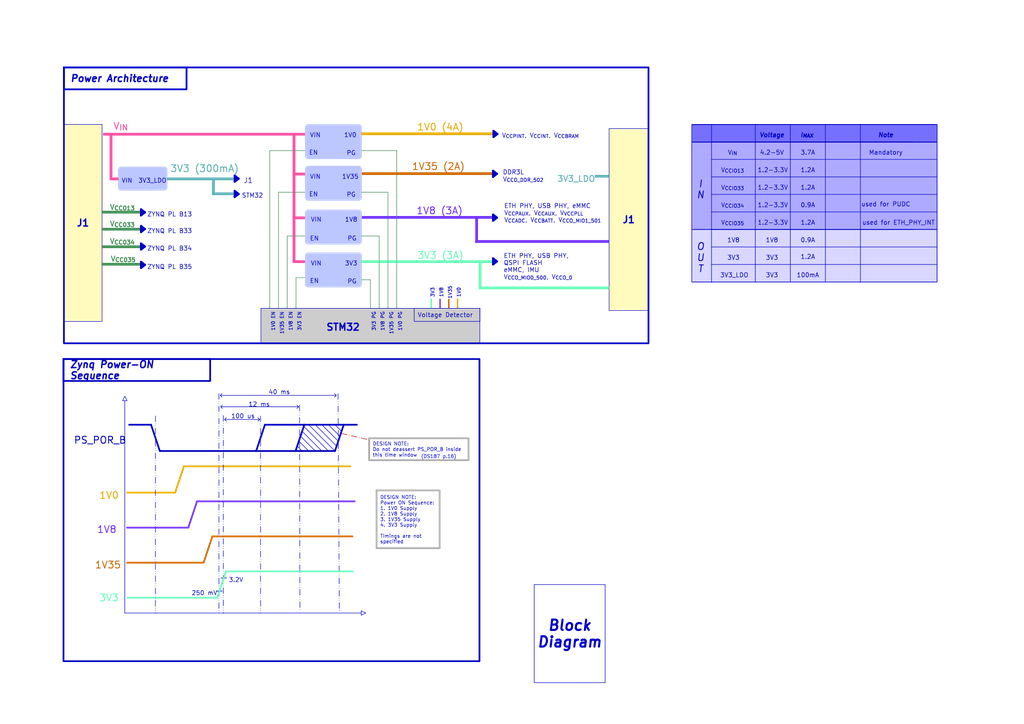
<source format=kicad_sch>
(kicad_sch
	(version 20231120)
	(generator "eeschema")
	(generator_version "8.0")
	(uuid "17410eba-b837-4f78-b432-849b7c2df088")
	(paper "A4")
	(title_block
		(title "Power Architecture")
		(date "2024-09-22")
		(rev "1.0")
	)
	(lib_symbols)
	(polyline
		(pts
			(xy 45.085 120.65) (xy 45.085 177.8)
		)
		(stroke
			(width 0)
			(type dash_dot_dot)
		)
		(uuid "00e7071b-d7cd-4010-ac14-5e6a6be3486f")
	)
	(polyline
		(pts
			(xy 40.894 61.595) (xy 42.037 61.595)
		)
		(stroke
			(width 0.6)
			(type default)
		)
		(uuid "02fd3eb0-cc33-4d05-a6cc-4739f9d71810")
	)
	(polyline
		(pts
			(xy 143.002 50.419) (xy 144.145 50.419)
		)
		(stroke
			(width 0.6)
			(type default)
		)
		(uuid "051383ae-7f64-43fd-ad1b-1284af1125cb")
	)
	(polyline
		(pts
			(xy 40.894 77.724) (xy 42.037 76.835)
		)
		(stroke
			(width 0.6)
			(type default)
		)
		(uuid "0b2b2f73-4beb-4be2-8dac-f42e23f6eac3")
	)
	(polyline
		(pts
			(xy 143.002 62.23) (xy 144.145 63.119)
		)
		(stroke
			(width 0.6)
			(type default)
		)
		(uuid "10d2776a-108c-49de-bdfd-578a5ba11051")
	)
	(polyline
		(pts
			(xy 47.498 48.641) (xy 35.179 48.641)
		)
		(stroke
			(width 0.6)
			(type default)
			(color 188 199 255 1)
		)
		(uuid "11a8ca7f-eea0-4db2-b297-3d3a09184422")
	)
	(polyline
		(pts
			(xy 143.129 37.973) (xy 143.129 39.751)
		)
		(stroke
			(width 0.6)
			(type default)
		)
		(uuid "11dd5bb2-caf4-4f93-8387-faad5a79d50d")
	)
	(polyline
		(pts
			(xy 36.83 116.205) (xy 36.195 114.935)
		)
		(stroke
			(width 0)
			(type default)
		)
		(uuid "12a15118-4d75-45f6-bbf5-4e3da90421e2")
	)
	(polyline
		(pts
			(xy 64.008 117.983) (xy 86.614 117.983)
		)
		(stroke
			(width 0)
			(type default)
		)
		(uuid "13ba10ab-225e-411b-b58d-a8ecbb7d620b")
	)
	(polyline
		(pts
			(xy 143.002 62.23) (xy 143.002 64.008)
		)
		(stroke
			(width 0.6)
			(type default)
		)
		(uuid "16edac89-dc90-41d0-acbe-5dd80452d06a")
	)
	(polyline
		(pts
			(xy 59.055 163.195) (xy 61.595 155.575)
		)
		(stroke
			(width 0.5)
			(type default)
			(color 204 102 0 1)
		)
		(uuid "1771a7d2-809b-4d94-a286-5f08e3d35386")
	)
	(polyline
		(pts
			(xy 86.614 117.983) (xy 86.106 117.475)
		)
		(stroke
			(width 0)
			(type default)
		)
		(uuid "18c58fa3-54ad-4e4e-b46a-7a67ebb716ef")
	)
	(polyline
		(pts
			(xy 239.395 81.788) (xy 239.395 36.068)
		)
		(stroke
			(width 0)
			(type default)
		)
		(uuid "19e9948b-8011-46a0-a1c2-c0311e4d0f8a")
	)
	(polyline
		(pts
			(xy 85.852 80.518) (xy 88.392 80.518)
		)
		(stroke
			(width 0)
			(type default)
			(color 69 159 92 1)
		)
		(uuid "1a0d7cfa-0f78-41cb-9753-682fe68a08b9")
	)
	(polyline
		(pts
			(xy 37.465 123.19) (xy 43.815 123.19)
		)
		(stroke
			(width 0.5)
			(type default)
		)
		(uuid "1bd49e19-e7a0-471d-a011-f6b5e5bf9e9f")
	)
	(polyline
		(pts
			(xy 143.129 39.751) (xy 144.272 38.862)
		)
		(stroke
			(width 0.6)
			(type default)
		)
		(uuid "1cd84fc0-4837-4d29-b26b-f57716017a81")
	)
	(polyline
		(pts
			(xy 83.312 68.453) (xy 88.392 68.453)
		)
		(stroke
			(width 0)
			(type default)
			(color 60 139 80 1)
		)
		(uuid "1e46415c-0e72-4db4-bffd-16461191d232")
	)
	(polyline
		(pts
			(xy 143.002 76.708) (xy 144.145 75.819)
		)
		(stroke
			(width 0.6)
			(type default)
		)
		(uuid "1e7a5b27-6fc3-4cf8-aeb1-80e46ccdb88c")
	)
	(polyline
		(pts
			(xy 107.442 81.153) (xy 104.902 81.153)
		)
		(stroke
			(width 0)
			(type default)
			(color 60 139 80 1)
		)
		(uuid "1fcb7911-3ff0-4d0f-9542-e26e51d241e9")
	)
	(polyline
		(pts
			(xy 104.775 177.165) (xy 104.775 178.435)
		)
		(stroke
			(width 0)
			(type default)
		)
		(uuid "20d579b6-2e2c-4a74-9e3a-1fe310c53c8c")
	)
	(polyline
		(pts
			(xy 68.072 50.927) (xy 69.215 51.816)
		)
		(stroke
			(width 0.6)
			(type default)
		)
		(uuid "212119ac-9afd-4a6c-aa79-c9b9ef190543")
	)
	(polyline
		(pts
			(xy 143.002 64.008) (xy 144.145 63.119)
		)
		(stroke
			(width 0.6)
			(type default)
		)
		(uuid "2313976b-adc2-4776-9a81-57953e05c58f")
	)
	(polyline
		(pts
			(xy 88.773 74.168) (xy 88.773 82.423)
		)
		(stroke
			(width 0.6)
			(type default)
			(color 188 199 255 1)
		)
		(uuid "234512f5-03c3-44e6-b936-bc4ed6d00055")
	)
	(polyline
		(pts
			(xy 104.013 70.612) (xy 89.408 70.612)
		)
		(stroke
			(width 0.6)
			(type default)
			(color 188 199 255 1)
		)
		(uuid "2848c6ed-f7a3-487e-8bd2-c9a02d8bf0f4")
	)
	(polyline
		(pts
			(xy 143.129 38.862) (xy 144.272 38.862)
		)
		(stroke
			(width 0.6)
			(type default)
		)
		(uuid "29db29e2-d4e8-4c5c-ab47-7306b5b2bb05")
	)
	(polyline
		(pts
			(xy 40.894 62.484) (xy 42.037 61.595)
		)
		(stroke
			(width 0.6)
			(type default)
		)
		(uuid "2aa201b8-e816-422b-8bf1-9ae72da342e7")
	)
	(polyline
		(pts
			(xy 143.129 37.973) (xy 144.272 38.862)
		)
		(stroke
			(width 0.6)
			(type default)
		)
		(uuid "2b79dfba-6548-4acd-ab7f-cc9ff7df686a")
	)
	(polyline
		(pts
			(xy 53.34 135.255) (xy 101.6 135.255)
		)
		(stroke
			(width 0.5)
			(type default)
			(color 228 169 0 1)
		)
		(uuid "2d2d048d-0f6d-474e-aa3f-0ce139a789e2")
	)
	(polyline
		(pts
			(xy 63.5 114.173) (xy 63.5 177.8)
		)
		(stroke
			(width 0)
			(type dash_dot_dot)
		)
		(uuid "2d7a0507-5179-4306-8784-9c52c1fb2000")
	)
	(polyline
		(pts
			(xy 76.835 123.19) (xy 88.265 123.19)
		)
		(stroke
			(width 0.5)
			(type default)
		)
		(uuid "2e577210-0d4c-436b-b1e8-985cecd7a7c1")
	)
	(polyline
		(pts
			(xy 86.36 129.54) (xy 87.63 130.81)
		)
		(stroke
			(width 0)
			(type default)
		)
		(uuid "2ea1dca7-60be-4dff-a32b-b5415b7f579c")
	)
	(polyline
		(pts
			(xy 104.648 45.212) (xy 104.648 36.957)
		)
		(stroke
			(width 0.6)
			(type default)
			(color 188 199 255 1)
		)
		(uuid "2fb5a66f-bbbc-48bb-8f34-d7be30a29dc7")
	)
	(polyline
		(pts
			(xy 249.555 81.915) (xy 249.555 36.068)
		)
		(stroke
			(width 0)
			(type default)
		)
		(uuid "3324c57d-3774-4001-b6e8-2fe0e706df51")
	)
	(polyline
		(pts
			(xy 40.894 66.421) (xy 42.037 66.421)
		)
		(stroke
			(width 0.6)
			(type default)
		)
		(uuid "33ef3266-8663-4c72-a499-d87cc2d9f7fb")
	)
	(polyline
		(pts
			(xy 109.982 68.453) (xy 104.902 68.453)
		)
		(stroke
			(width 0)
			(type default)
			(color 60 139 80 1)
		)
		(uuid "39af0f79-6e38-40ef-804c-2eb57d284ef3")
	)
	(polyline
		(pts
			(xy 104.775 177.165) (xy 106.045 177.8)
		)
		(stroke
			(width 0)
			(type default)
		)
		(uuid "3b3b6d03-391c-4115-b8a2-ec5e4d08a5c1")
	)
	(polyline
		(pts
			(xy 206.375 56.388) (xy 271.78 56.388)
		)
		(stroke
			(width 0)
			(type default)
		)
		(uuid "3fcec4e8-e6cb-4a4f-861a-9a0f94e415e9")
	)
	(polyline
		(pts
			(xy 104.013 48.387) (xy 89.408 48.387)
		)
		(stroke
			(width 0.6)
			(type default)
			(color 188 199 255 1)
		)
		(uuid "3ffdfbb5-0589-4942-b7c5-65685175e13f")
	)
	(polyline
		(pts
			(xy 65.151 121.666) (xy 75.311 121.666)
		)
		(stroke
			(width 0)
			(type default)
		)
		(uuid "406f569a-425c-4c24-a746-5d8394c06098")
	)
	(polyline
		(pts
			(xy 40.894 75.946) (xy 42.037 76.835)
		)
		(stroke
			(width 0.6)
			(type default)
		)
		(uuid "40bf354e-b23c-4063-a6ed-04defa59a654")
	)
	(polyline
		(pts
			(xy 143.002 49.53) (xy 143.002 51.308)
		)
		(stroke
			(width 0.6)
			(type default)
		)
		(uuid "41126dbd-8554-455d-a809-7cde45541bc2")
	)
	(polyline
		(pts
			(xy 40.894 70.612) (xy 40.894 72.39)
		)
		(stroke
			(width 0.6)
			(type default)
		)
		(uuid "428fb4a6-3c49-49f1-82dd-ffbd825b4c4f")
	)
	(polyline
		(pts
			(xy 46.355 130.81) (xy 74.295 130.81)
		)
		(stroke
			(width 0.5)
			(type default)
		)
		(uuid "4440c29a-03e8-430c-9175-04043cbdc370")
	)
	(polyline
		(pts
			(xy 75.311 121.666) (xy 74.803 122.174)
		)
		(stroke
			(width 0)
			(type default)
		)
		(uuid "44a403c5-2a9d-44a6-82f9-8d3249961d97")
	)
	(polyline
		(pts
			(xy 143.002 74.93) (xy 143.002 76.708)
		)
		(stroke
			(width 0.6)
			(type default)
		)
		(uuid "451c1a4a-11b1-40fa-bc69-e5ab8cab62bb")
	)
	(polyline
		(pts
			(xy 99.06 125.73) (xy 107.315 127.635)
		)
		(stroke
			(width 0)
			(type dash_dot)
			(color 194 0 0 1)
		)
		(uuid "452f2834-019b-45ac-8cbf-d93bb5425823")
	)
	(polyline
		(pts
			(xy 86.868 117.475) (xy 86.995 177.165)
		)
		(stroke
			(width 0)
			(type dash_dot_dot)
		)
		(uuid "46cc678b-2759-41c9-8926-ded3051286b7")
	)
	(polyline
		(pts
			(xy 219.075 81.788) (xy 219.075 36.068)
		)
		(stroke
			(width 0)
			(type default)
		)
		(uuid "49c94d2a-8dc8-4b00-8830-dd1e52a41c01")
	)
	(polyline
		(pts
			(xy 48.26 54.356) (xy 48.26 49.276)
		)
		(stroke
			(width 0.6)
			(type default)
			(color 188 199 255 1)
		)
		(uuid "49d98f3a-a17f-4640-97ef-d67354664381")
	)
	(polyline
		(pts
			(xy 109.982 68.453) (xy 109.982 89.408)
		)
		(stroke
			(width 0)
			(type default)
			(color 60 139 80 1)
		)
		(uuid "4b378dd9-f4ef-4945-9cad-fa0d66d0343e")
	)
	(polyline
		(pts
			(xy 36.83 153.035) (xy 54.61 153.035)
		)
		(stroke
			(width 0.5)
			(type default)
			(color 112 49 255 1)
		)
		(uuid "4f8d77f2-834c-4ff0-bd27-f1272ba02456")
	)
	(polyline
		(pts
			(xy 104.013 73.533) (xy 89.408 73.533)
		)
		(stroke
			(width 0.6)
			(type default)
			(color 188 199 255 1)
		)
		(uuid "5412f56e-1ef3-4bfc-a5d9-dffa77273025")
	)
	(polyline
		(pts
			(xy 68.072 50.927) (xy 68.072 52.705)
		)
		(stroke
			(width 0.6)
			(type default)
		)
		(uuid "5538c0d2-4f74-4f6a-811c-53a696272094")
	)
	(polyline
		(pts
			(xy 36.83 142.875) (xy 50.8 142.875)
		)
		(stroke
			(width 0.5)
			(type default)
			(color 228 169 0 1)
		)
		(uuid "55f26750-fa9c-4a22-a2eb-d277e421335b")
	)
	(polyline
		(pts
			(xy 143.002 74.93) (xy 144.145 75.819)
		)
		(stroke
			(width 0.6)
			(type default)
		)
		(uuid "58a5e4ba-4cb9-4c33-9247-211e283ca054")
	)
	(polyline
		(pts
			(xy 104.013 45.847) (xy 89.408 45.847)
		)
		(stroke
			(width 0.6)
			(type default)
			(color 188 199 255 1)
		)
		(uuid "5a73213a-736b-48ce-8839-55d920a0371e")
	)
	(polyline
		(pts
			(xy 47.498 54.991) (xy 35.179 54.991)
		)
		(stroke
			(width 0.6)
			(type default)
			(color 188 199 255 1)
		)
		(uuid "5b08c36a-5e60-477e-ad06-67b00f0822e6")
	)
	(polyline
		(pts
			(xy 74.295 130.81) (xy 85.725 130.81)
		)
		(stroke
			(width 0.5)
			(type default)
		)
		(uuid "5cc639c2-a1a2-42be-8923-20bbbe6d0616")
	)
	(polyline
		(pts
			(xy 75.565 120.65) (xy 75.565 177.8)
		)
		(stroke
			(width 0)
			(type dash_dot_dot)
		)
		(uuid "5cdcd3d2-3f81-4330-88f3-1a10345f3b2a")
	)
	(polyline
		(pts
			(xy 36.83 163.195) (xy 59.055 163.195)
		)
		(stroke
			(width 0.5)
			(type default)
			(color 204 102 0 1)
		)
		(uuid "5cfd07ec-b305-450f-adf1-4cdbde19dd69")
	)
	(polyline
		(pts
			(xy 91.44 123.19) (xy 97.79 129.54)
		)
		(stroke
			(width 0)
			(type default)
		)
		(uuid "5e548c34-2311-4783-a534-db4cf155e29f")
	)
	(polyline
		(pts
			(xy 40.894 71.501) (xy 42.037 71.501)
		)
		(stroke
			(width 0.6)
			(type default)
		)
		(uuid "5f7bf99b-dad7-492e-9919-6b65b8cc7620")
	)
	(polyline
		(pts
			(xy 75.311 121.666) (xy 74.803 121.158)
		)
		(stroke
			(width 0)
			(type default)
		)
		(uuid "61d92faa-70a8-48b8-8ce3-993b8d714114")
	)
	(polyline
		(pts
			(xy 64.135 167.64) (xy 65.659 167.64)
		)
		(stroke
			(width 0.2)
			(type default)
		)
		(uuid "62b6ecd1-e903-4ecf-a179-2c785cb67b00")
	)
	(polyline
		(pts
			(xy 36.195 116.205) (xy 36.195 177.8)
		)
		(stroke
			(width 0)
			(type default)
		)
		(uuid "661697fe-d38c-42f4-9e9b-cb15179e70eb")
	)
	(polyline
		(pts
			(xy 206.375 71.628) (xy 271.78 71.628)
		)
		(stroke
			(width 0)
			(type default)
		)
		(uuid "66f9d1c1-788c-4c6f-82cb-51470365b8d9")
	)
	(polyline
		(pts
			(xy 97.536 114.681) (xy 97.028 114.173)
		)
		(stroke
			(width 0)
			(type default)
		)
		(uuid "6ba436fb-5200-4e13-b0ab-63c59673e893")
	)
	(polyline
		(pts
			(xy 143.002 49.53) (xy 144.145 50.419)
		)
		(stroke
			(width 0.6)
			(type default)
		)
		(uuid "6c1be3b9-178b-4314-b8f6-0e4a5172f0a3")
	)
	(polyline
		(pts
			(xy 85.725 130.81) (xy 88.265 123.19)
		)
		(stroke
			(width 0.5)
			(type default)
		)
		(uuid "6ed787b3-c7d4-42ea-9c80-7ab09477b634")
	)
	(polyline
		(pts
			(xy 85.852 80.518) (xy 85.852 89.408)
		)
		(stroke
			(width 0)
			(type default)
			(color 60 139 80 1)
		)
		(uuid "70be844c-5623-48cd-93ba-fa33fcb6f553")
	)
	(polyline
		(pts
			(xy 40.894 75.946) (xy 40.894 77.724)
		)
		(stroke
			(width 0.6)
			(type default)
		)
		(uuid "7283be38-50f3-4f79-a4a7-86561cb0733d")
	)
	(polyline
		(pts
			(xy 88.011 123.571) (xy 95.25 130.81)
		)
		(stroke
			(width 0)
			(type default)
		)
		(uuid "729d2523-a8c9-4f26-a08b-48b9c84e3d41")
	)
	(polyline
		(pts
			(xy 104.648 69.977) (xy 104.648 61.722)
		)
		(stroke
			(width 0.6)
			(type default)
			(color 188 199 255 1)
		)
		(uuid "72b4831d-365b-4ff1-84ac-2364c160177c")
	)
	(polyline
		(pts
			(xy 206.375 66.548) (xy 264.795 66.548)
		)
		(stroke
			(width 0)
			(type default)
		)
		(uuid "73a42f0b-57cd-4e10-a7b3-0d3090b71031")
	)
	(polyline
		(pts
			(xy 112.522 55.753) (xy 112.522 89.408)
		)
		(stroke
			(width 0)
			(type default)
			(color 60 139 80 1)
		)
		(uuid "787e1c4c-7f7b-4ba1-9af1-0ab02d303362")
	)
	(polyline
		(pts
			(xy 97.536 114.681) (xy 97.028 115.189)
		)
		(stroke
			(width 0)
			(type default)
		)
		(uuid "7895089f-2eba-4958-9571-432b8a865b1d")
	)
	(polyline
		(pts
			(xy 87.122 126.492) (xy 91.44 130.81)
		)
		(stroke
			(width 0)
			(type default)
		)
		(uuid "79a57bfd-a8fb-43d7-9daa-cf2cf412edfa")
	)
	(polyline
		(pts
			(xy 97.155 123.19) (xy 99.06 125.095)
		)
		(stroke
			(width 0)
			(type default)
		)
		(uuid "79eb37d7-f7f1-49a5-b787-63cfb164696c")
	)
	(polyline
		(pts
			(xy 35.56 116.205) (xy 36.195 114.935)
		)
		(stroke
			(width 0)
			(type default)
		)
		(uuid "7b2c01ce-e0cb-4d9b-8a28-46588220975b")
	)
	(polyline
		(pts
			(xy 104.648 82.423) (xy 104.648 74.168)
		)
		(stroke
			(width 0.6)
			(type default)
			(color 188 199 255 1)
		)
		(uuid "7bebc678-6d4c-496f-b12b-2a14967c54a7")
	)
	(polyline
		(pts
			(xy 62.865 171.45) (xy 64.389 171.45)
		)
		(stroke
			(width 0.2)
			(type default)
		)
		(uuid "7c9f8abd-9f02-4e44-8afc-68e1fc216d38")
	)
	(polyline
		(pts
			(xy 40.894 65.532) (xy 42.037 66.421)
		)
		(stroke
			(width 0.6)
			(type default)
		)
		(uuid "7cf264c2-71c4-4007-8d27-2c3bf76e9227")
	)
	(polyline
		(pts
			(xy 40.894 72.39) (xy 42.037 71.501)
		)
		(stroke
			(width 0.6)
			(type default)
		)
		(uuid "7ebd968e-7024-4fa6-ae0c-50d6d70b7619")
	)
	(polyline
		(pts
			(xy 85.725 130.81) (xy 97.155 130.81)
		)
		(stroke
			(width 0.5)
			(type default)
		)
		(uuid "7faeb3b9-f52c-41f8-af30-8b7ebb32f349")
	)
	(polyline
		(pts
			(xy 104.013 61.087) (xy 89.408 61.087)
		)
		(stroke
			(width 0.6)
			(type default)
			(color 188 199 255 1)
		)
		(uuid "8427f075-b9be-402b-a9be-97bc929efe2f")
	)
	(polyline
		(pts
			(xy 93.218 123.063) (xy 98.171 128.016)
		)
		(stroke
			(width 0)
			(type default)
		)
		(uuid "8479a9bf-13dc-462c-b331-b3ae4d58416b")
	)
	(polyline
		(pts
			(xy 40.894 65.532) (xy 40.894 67.31)
		)
		(stroke
			(width 0.6)
			(type default)
		)
		(uuid "88ca580d-f762-4afb-8517-cc5a98317957")
	)
	(polyline
		(pts
			(xy 68.072 51.816) (xy 69.215 51.816)
		)
		(stroke
			(width 0.6)
			(type default)
		)
		(uuid "898d828b-2f03-4dbe-aeba-b8d35572e0f7")
	)
	(polyline
		(pts
			(xy 65.151 121.666) (xy 65.659 122.174)
		)
		(stroke
			(width 0)
			(type default)
		)
		(uuid "8ac57004-ba6b-4262-95e4-27ec4ac4656c")
	)
	(polyline
		(pts
			(xy 61.595 155.575) (xy 102.235 155.575)
		)
		(stroke
			(width 0.5)
			(type default)
			(color 204 102 0 1)
		)
		(uuid "8af8b300-b8e7-4685-a261-f13f0bea9e28")
	)
	(polyline
		(pts
			(xy 63.881 114.681) (xy 97.536 114.681)
		)
		(stroke
			(width 0)
			(type default)
		)
		(uuid "8b930395-233f-4d49-a3a4-84728137c371")
	)
	(polyline
		(pts
			(xy 206.375 81.915) (xy 206.375 36.195)
		)
		(stroke
			(width 0)
			(type default)
		)
		(uuid "8bb5421b-5297-4919-8c0e-7bc3a5d2367b")
	)
	(polyline
		(pts
			(xy 36.195 177.8) (xy 104.775 177.8)
		)
		(stroke
			(width 0)
			(type default)
		)
		(uuid "8f2eef31-5ae2-4085-806a-44b575744c8a")
	)
	(polyline
		(pts
			(xy 65.151 121.666) (xy 65.659 121.158)
		)
		(stroke
			(width 0)
			(type default)
		)
		(uuid "90a0309f-d724-4f59-bce3-2bcfb62ce01d")
	)
	(polyline
		(pts
			(xy 62.992 173.355) (xy 65.532 165.735)
		)
		(stroke
			(width 0.5)
			(type default)
			(color 102 251 183 1)
		)
		(uuid "99ed2dda-7aa6-4a8b-a408-853e984f6ecd")
	)
	(polyline
		(pts
			(xy 64.008 117.983) (xy 64.516 118.491)
		)
		(stroke
			(width 0)
			(type default)
		)
		(uuid "9a98194b-b886-45de-be6a-90b2766203b1")
	)
	(polyline
		(pts
			(xy 86.614 117.983) (xy 86.106 118.491)
		)
		(stroke
			(width 0)
			(type default)
		)
		(uuid "9e4aae64-4e0e-4058-814b-f54f2673ae9d")
	)
	(polyline
		(pts
			(xy 64.008 117.983) (xy 64.516 117.475)
		)
		(stroke
			(width 0)
			(type default)
		)
		(uuid "9fbfec96-9da8-4a4a-adff-b6df90e5543f")
	)
	(polyline
		(pts
			(xy 51.562 173.355) (xy 36.957 173.355)
		)
		(stroke
			(width 0.5)
			(type default)
			(color 102 251 183 1)
		)
		(uuid "9fd509f4-f201-4446-8a8a-3c4d1b680d41")
	)
	(polyline
		(pts
			(xy 206.375 41.148) (xy 264.795 41.148)
		)
		(stroke
			(width 0)
			(type default)
		)
		(uuid "a1696af8-bab6-496a-b925-79c4a2962d16")
	)
	(polyline
		(pts
			(xy 35.56 116.205) (xy 36.83 116.205)
		)
		(stroke
			(width 0)
			(type default)
		)
		(uuid "a19d843e-b338-4d42-824f-6d43d2aaa604")
	)
	(polyline
		(pts
			(xy 83.312 68.453) (xy 83.312 89.408)
		)
		(stroke
			(width 0)
			(type default)
			(color 60 139 80 1)
		)
		(uuid "a2e0c963-64b0-4411-b598-06e10c15aeb2")
	)
	(polyline
		(pts
			(xy 115.062 43.688) (xy 115.062 89.408)
		)
		(stroke
			(width 0)
			(type default)
			(color 60 139 80 1)
		)
		(uuid "a3585176-b2ca-4191-999d-ba8b36241664")
	)
	(polyline
		(pts
			(xy 78.232 43.688) (xy 78.232 89.408)
		)
		(stroke
			(width 0)
			(type default)
			(color 60 139 80 1)
		)
		(uuid "a3ec9bc1-e7ea-40a2-b0c6-3a0ceec273ea")
	)
	(polyline
		(pts
			(xy 46.355 130.81) (xy 43.815 123.19)
		)
		(stroke
			(width 0.5)
			(type default)
		)
		(uuid "a82b08f8-f0c6-440f-abfb-efea2b4f0817")
	)
	(polyline
		(pts
			(xy 99.695 123.19) (xy 103.505 123.19)
		)
		(stroke
			(width 0.5)
			(type default)
		)
		(uuid "abe5fea3-f2dd-4bbc-81a6-0e92a314d315")
	)
	(polyline
		(pts
			(xy 57.15 145.415) (xy 102.87 145.415)
		)
		(stroke
			(width 0.5)
			(type default)
			(color 112 49 255 1)
		)
		(uuid "ac6ba99e-f28d-4c55-aa5b-5437f37574c9")
	)
	(polyline
		(pts
			(xy 63.881 114.681) (xy 64.389 114.173)
		)
		(stroke
			(width 0)
			(type default)
		)
		(uuid "accb83c2-9e94-45eb-9bef-4aa47d7ea8fe")
	)
	(polyline
		(pts
			(xy 87.63 125.095) (xy 93.345 130.81)
		)
		(stroke
			(width 0)
			(type default)
		)
		(uuid "af1ff55f-d77d-4527-ab42-f4a3e9ebe6ce")
	)
	(polyline
		(pts
			(xy 78.232 43.688) (xy 88.392 43.688)
		)
		(stroke
			(width 0)
			(type default)
			(color 60 139 80 1)
		)
		(uuid "b22767e1-6a68-48f5-86a3-af6bb90f2102")
	)
	(polyline
		(pts
			(xy 104.648 57.277) (xy 104.648 49.022)
		)
		(stroke
			(width 0.6)
			(type default)
			(color 188 199 255 1)
		)
		(uuid "b48a228e-98f0-46a3-901d-479d6fcbf837")
	)
	(polyline
		(pts
			(xy 98.044 114.173) (xy 98.425 177.165)
		)
		(stroke
			(width 0)
			(type dash_dot_dot)
		)
		(uuid "b6627264-f7c1-4ec2-9813-002dc9578199")
	)
	(polyline
		(pts
			(xy 80.772 55.753) (xy 88.392 55.753)
		)
		(stroke
			(width 0)
			(type default)
			(color 60 139 80 1)
		)
		(uuid "b7e395e9-c511-46bf-9b43-787b54f098f4")
	)
	(polyline
		(pts
			(xy 54.61 153.035) (xy 57.15 145.415)
		)
		(stroke
			(width 0.5)
			(type default)
			(color 112 49 255 1)
		)
		(uuid "b7ff0aa8-9f5b-498d-b8ec-447610b48add")
	)
	(polyline
		(pts
			(xy 40.894 70.612) (xy 42.037 71.501)
		)
		(stroke
			(width 0.6)
			(type default)
		)
		(uuid "ba826d29-88d2-44aa-b492-5690c6efba24")
	)
	(polyline
		(pts
			(xy 104.013 57.912) (xy 89.408 57.912)
		)
		(stroke
			(width 0.6)
			(type default)
			(color 188 199 255 1)
		)
		(uuid "bee0c7c7-44da-4059-b093-6034b476e64a")
	)
	(polyline
		(pts
			(xy 68.072 52.705) (xy 69.215 51.816)
		)
		(stroke
			(width 0.6)
			(type default)
		)
		(uuid "bf62038a-4fab-45d9-b7a8-54a1c796d973")
	)
	(polyline
		(pts
			(xy 88.773 36.957) (xy 88.773 45.212)
		)
		(stroke
			(width 0.6)
			(type default)
			(color 188 199 255 1)
		)
		(uuid "c01fa378-6a5d-4b8a-b55b-875a7e23470a")
	)
	(polyline
		(pts
			(xy 51.562 173.355) (xy 62.992 173.355)
		)
		(stroke
			(width 0.5)
			(type default)
			(color 102 251 183 1)
		)
		(uuid "c1762e9e-f28e-4da5-818c-a9d22ad83c0b")
	)
	(polyline
		(pts
			(xy 107.442 81.153) (xy 107.442 89.408)
		)
		(stroke
			(width 0)
			(type default)
			(color 60 139 80 1)
		)
		(uuid "c17d3679-fb87-41b8-97a8-11363cde8a12")
	)
	(polyline
		(pts
			(xy 68.072 57.15) (xy 69.215 56.261)
		)
		(stroke
			(width 0.6)
			(type default)
		)
		(uuid "c24e218c-acdb-45c2-8bd7-e54f251dd658")
	)
	(polyline
		(pts
			(xy 40.894 76.835) (xy 42.037 76.835)
		)
		(stroke
			(width 0.6)
			(type default)
		)
		(uuid "c3ad409a-1ff7-48cd-8f26-5e2faddf05d1")
	)
	(polyline
		(pts
			(xy 89.408 123.063) (xy 97.155 130.81)
		)
		(stroke
			(width 0)
			(type default)
		)
		(uuid "c3fc172f-aff5-4cc8-866b-c4267c2ca8b9")
	)
	(polyline
		(pts
			(xy 40.894 60.706) (xy 42.037 61.595)
		)
		(stroke
			(width 0.6)
			(type default)
		)
		(uuid "c42144df-814f-4518-9820-8817d5a7b48e")
	)
	(polyline
		(pts
			(xy 68.072 55.372) (xy 69.215 56.261)
		)
		(stroke
			(width 0.6)
			(type default)
		)
		(uuid "c45055b6-9c9e-4c6b-8cdd-ca9cb5c4a4c5")
	)
	(polyline
		(pts
			(xy 34.544 49.276) (xy 34.544 54.356)
		)
		(stroke
			(width 0.6)
			(type default)
			(color 188 199 255 1)
		)
		(uuid "c4615d68-cd9c-46f4-b4b1-57b22584421b")
	)
	(polyline
		(pts
			(xy 206.375 51.308) (xy 271.78 51.308)
		)
		(stroke
			(width 0)
			(type default)
		)
		(uuid "c84f0012-5bb4-4094-8154-2c34a0aa48a5")
	)
	(polyline
		(pts
			(xy 88.773 61.722) (xy 88.773 69.977)
		)
		(stroke
			(width 0.6)
			(type default)
			(color 188 199 255 1)
		)
		(uuid "c8939447-e117-4dc2-81f6-9ae4fa16e28a")
	)
	(polyline
		(pts
			(xy 97.155 130.81) (xy 99.695 123.19)
		)
		(stroke
			(width 0.5)
			(type default)
		)
		(uuid "ca26ca93-99a9-4d1f-8500-389949d002fc")
	)
	(polyline
		(pts
			(xy 40.894 60.706) (xy 40.894 62.484)
		)
		(stroke
			(width 0.6)
			(type default)
		)
		(uuid "cb7aae7d-2b37-4064-b0f6-a4a83bc0aaf1")
	)
	(polyline
		(pts
			(xy 143.002 63.119) (xy 144.145 63.119)
		)
		(stroke
			(width 0.6)
			(type default)
		)
		(uuid "cbd0183a-49c3-4e44-9155-d2bb26086d1e")
	)
	(polyline
		(pts
			(xy 104.013 83.058) (xy 89.408 83.058)
		)
		(stroke
			(width 0.6)
			(type default)
			(color 188 199 255 1)
		)
		(uuid "cc494e65-6f8c-4686-85f9-e2092e29a26a")
	)
	(polyline
		(pts
			(xy 68.072 56.261) (xy 69.215 56.261)
		)
		(stroke
			(width 0.6)
			(type default)
		)
		(uuid "cc59b7b6-b568-4a0f-924f-aa4a327b7221")
	)
	(polyline
		(pts
			(xy 64.77 120.523) (xy 64.77 177.8)
		)
		(stroke
			(width 0)
			(type dash_dot_dot)
		)
		(uuid "cdd8e292-3e70-49bf-ae28-ac1c05b2db2b")
	)
	(polyline
		(pts
			(xy 50.8 142.875) (xy 53.34 135.255)
		)
		(stroke
			(width 0.5)
			(type default)
			(color 228 169 0 1)
		)
		(uuid "d13706fb-9a8f-462d-a8a2-a3c74ff7d722")
	)
	(polyline
		(pts
			(xy 65.532 165.735) (xy 102.362 165.735)
		)
		(stroke
			(width 0.5)
			(type default)
			(color 102 251 183 1)
		)
		(uuid "dc46a79c-6a94-4f6a-ad7f-61c9dc1c3cad")
	)
	(polyline
		(pts
			(xy 40.894 67.31) (xy 42.037 66.421)
		)
		(stroke
			(width 0.6)
			(type default)
		)
		(uuid "dcd437f7-b0ce-4166-a85d-22b8df7b4185")
	)
	(polyline
		(pts
			(xy 88.265 123.19) (xy 99.695 123.19)
		)
		(stroke
			(width 0.5)
			(type default)
		)
		(uuid "dfeb4c9a-b542-4472-8153-1e1c6440ff75")
	)
	(polyline
		(pts
			(xy 115.062 43.688) (xy 104.902 43.688)
		)
		(stroke
			(width 0)
			(type default)
			(color 60 139 80 1)
		)
		(uuid "e23a45b1-d1fd-44b9-9955-eadbf21a2db4")
	)
	(polyline
		(pts
			(xy 143.002 75.819) (xy 144.145 75.819)
		)
		(stroke
			(width 0.6)
			(type default)
		)
		(uuid "e35dcd8f-951f-4ce7-8062-b55249f5bdc9")
	)
	(polyline
		(pts
			(xy 88.773 49.022) (xy 88.773 57.277)
		)
		(stroke
			(width 0.6)
			(type default)
			(color 188 199 255 1)
		)
		(uuid "e4d0d9d5-c82b-44ca-8031-111a1ad176d5")
	)
	(polyline
		(pts
			(xy 206.375 61.468) (xy 271.78 61.468)
		)
		(stroke
			(width 0)
			(type default)
		)
		(uuid "e5817cbc-e7de-4ba1-8bcf-02a4589f3b90")
	)
	(polyline
		(pts
			(xy 104.013 36.322) (xy 89.408 36.322)
		)
		(stroke
			(width 0.6)
			(type default)
			(color 188 199 255 1)
		)
		(uuid "e608d50f-18bd-4b34-ab1a-eda9bfdfa3ee")
	)
	(polyline
		(pts
			(xy 104.775 178.435) (xy 106.045 177.8)
		)
		(stroke
			(width 0)
			(type default)
		)
		(uuid "eb8c31ab-a5be-4fa1-85e5-4fc5769698af")
	)
	(polyline
		(pts
			(xy 112.522 55.753) (xy 104.902 55.753)
		)
		(stroke
			(width 0)
			(type default)
			(color 60 139 80 1)
		)
		(uuid "ec8eeffc-c68a-4eff-827f-7484fe363314")
	)
	(polyline
		(pts
			(xy 80.772 55.753) (xy 80.772 89.408)
		)
		(stroke
			(width 0)
			(type default)
			(color 60 139 80 1)
		)
		(uuid "efd77591-0877-4892-bc54-14299e406ca7")
	)
	(polyline
		(pts
			(xy 143.002 51.308) (xy 144.145 50.419)
		)
		(stroke
			(width 0.6)
			(type default)
		)
		(uuid "f02eab12-b4e2-4e36-ba7d-073813fc7fe1")
	)
	(polyline
		(pts
			(xy 206.375 76.708) (xy 271.78 76.708)
		)
		(stroke
			(width 0)
			(type default)
		)
		(uuid "f8718520-3f85-4742-8608-7c645ddc8243")
	)
	(polyline
		(pts
			(xy 206.375 46.228) (xy 271.78 46.228)
		)
		(stroke
			(width 0)
			(type default)
		)
		(uuid "f8750fed-2533-4097-b7b9-295e97f445e1")
	)
	(polyline
		(pts
			(xy 95.123 123.063) (xy 98.679 126.619)
		)
		(stroke
			(width 0)
			(type default)
		)
		(uuid "f9dbd9da-33cc-4b90-a6c3-47fb0e046047")
	)
	(polyline
		(pts
			(xy 74.295 130.81) (xy 76.835 123.19)
		)
		(stroke
			(width 0.5)
			(type default)
		)
		(uuid "f9dde3e6-029a-4c71-8af5-7307c922e6bd")
	)
	(polyline
		(pts
			(xy 86.614 127.889) (xy 89.535 130.81)
		)
		(stroke
			(width 0)
			(type default)
		)
		(uuid "fa6b0cbb-a162-4c44-860a-fe21724511cb")
	)
	(polyline
		(pts
			(xy 63.881 114.681) (xy 64.389 115.189)
		)
		(stroke
			(width 0)
			(type default)
		)
		(uuid "fb2b00fd-a31f-43b2-9932-ec5dac81a8e0")
	)
	(polyline
		(pts
			(xy 229.235 81.788) (xy 229.235 36.068)
		)
		(stroke
			(width 0)
			(type default)
		)
		(uuid "fe104f77-d276-4b03-9576-a7b0435ca716")
	)
	(polyline
		(pts
			(xy 68.072 55.372) (xy 68.072 57.15)
		)
		(stroke
			(width 0.6)
			(type default)
		)
		(uuid "fe7c66e4-338e-4d98-b7c5-35992effe7fd")
	)
	(rectangle
		(start 88.773 48.387)
		(end 104.648 57.912)
		(stroke
			(width 0.05)
			(type default)
			(color 188 199 255 1)
		)
		(fill
			(type color)
			(color 188 199 255 1)
		)
		(uuid 063be9ba-e019-4373-8580-247d14946962)
	)
	(arc
		(start 88.773 49.027)
		(mid 88.9527 48.5708)
		(end 89.408 48.392)
		(stroke
			(width 0.6)
			(type default)
			(color 188 199 255 1)
		)
		(fill
			(type none)
		)
		(uuid 076e9cbf-86fe-4f59-ad1a-a2f49e8b0904)
	)
	(rectangle
		(start 29.718 61.214)
		(end 40.513 61.849)
		(stroke
			(width 0)
			(type default)
			(color 60 139 80 1)
		)
		(fill
			(type color)
			(color 60 139 80 1)
		)
		(uuid 07dded39-b9de-414a-8ab9-b44c2d9efc39)
	)
	(arc
		(start 104.648 45.207)
		(mid 104.4623 45.6548)
		(end 104.013 45.842)
		(stroke
			(width 0.6)
			(type default)
			(color 188 199 255 1)
		)
		(fill
			(type none)
		)
		(uuid 0c807f0a-6991-483d-becf-61145dc8029d)
	)
	(rectangle
		(start 130.048 86.741)
		(end 130.302 89.281)
		(stroke
			(width 0)
			(type default)
			(color 204 102 0 1)
		)
		(fill
			(type color)
			(color 204 102 0 1)
		)
		(uuid 10746ac6-717f-4242-991d-821d4e56b352)
	)
	(arc
		(start 104.008 36.322)
		(mid 104.462 36.5042)
		(end 104.643 36.957)
		(stroke
			(width 0.6)
			(type default)
			(color 188 199 255 1)
		)
		(fill
			(type none)
		)
		(uuid 166d6301-c592-4a20-af15-af0fb35393a6)
	)
	(rectangle
		(start 84.963 75.565)
		(end 88.392 76.2)
		(stroke
			(width 0)
			(type default)
			(color 255 75 158 1)
		)
		(fill
			(type color)
			(color 255 75 158 1)
		)
		(uuid 171d98aa-3f3e-44e9-8e86-af77cde5f70e)
	)
	(rectangle
		(start 84.963 62.865)
		(end 88.392 63.5)
		(stroke
			(width 0)
			(type default)
			(color 255 75 158 1)
		)
		(fill
			(type color)
			(color 255 75 158 1)
		)
		(uuid 18a4d617-2401-40f5-aac9-73beadd3a02a)
	)
	(rectangle
		(start 88.773 36.322)
		(end 104.648 45.847)
		(stroke
			(width 0.05)
			(type default)
			(color 188 199 255 1)
		)
		(fill
			(type color)
			(color 188 199 255 1)
		)
		(uuid 1d19af3b-5aac-4f13-9c1d-681f196cf0e3)
	)
	(rectangle
		(start 84.963 50.165)
		(end 88.392 50.8)
		(stroke
			(width 0)
			(type default)
			(color 255 75 158 1)
		)
		(fill
			(type color)
			(color 255 75 158 1)
		)
		(uuid 1eaab99d-96df-407e-aa58-97f00c25cb72)
	)
	(rectangle
		(start 124.968 86.614)
		(end 125.222 89.281)
		(stroke
			(width 0)
			(type default)
			(color 102 251 183 1)
		)
		(fill
			(type color)
			(color 102 251 183 1)
		)
		(uuid 23cc57d7-057f-48d1-92b6-32c33c5e6d49)
	)
	(arc
		(start 88.773 74.173)
		(mid 88.9559 73.7206)
		(end 89.408 73.538)
		(stroke
			(width 0.6)
			(type default)
			(color 188 199 255 1)
		)
		(fill
			(type none)
		)
		(uuid 274b76a2-0161-4b9b-8ce0-68b91b3a8a6f)
	)
	(rectangle
		(start 104.775 75.565)
		(end 142.621 76.2)
		(stroke
			(width 0)
			(type default)
			(color 102 251 183 1)
		)
		(fill
			(type color)
			(color 102 251 183 1)
		)
		(uuid 2a430e5d-df66-4735-887f-fc4a5e501438)
	)
	(rectangle
		(start 137.922 69.723)
		(end 176.53 70.358)
		(stroke
			(width 0)
			(type default)
			(color 112 49 255 1)
		)
		(fill
			(type color)
			(color 112 49 255 1)
		)
		(uuid 2d299be6-b848-427f-a8ee-89cca34df26c)
	)
	(rectangle
		(start 84.963 39.37)
		(end 85.598 76.2)
		(stroke
			(width 0)
			(type default)
			(color 255 75 158 1)
		)
		(fill
			(type color)
			(color 255 75 158 1)
		)
		(uuid 2d3e7cae-89db-47a4-8449-84c932fcbc29)
	)
	(rectangle
		(start 18.542 19.558)
		(end 188.087 99.568)
		(stroke
			(width 0.5)
			(type default)
		)
		(fill
			(type none)
		)
		(uuid 32a42a79-2fe0-44dc-9efa-df5ba507beb4)
	)
	(rectangle
		(start 200.66 66.548)
		(end 271.78 81.788)
		(stroke
			(width 0)
			(type default)
		)
		(fill
			(type color)
			(color 217 215 255 1)
		)
		(uuid 36990c36-f4ff-4532-9503-81255cf8e1ff)
	)
	(rectangle
		(start 88.773 61.087)
		(end 104.648 70.612)
		(stroke
			(width 0.05)
			(type default)
			(color 188 199 255 1)
		)
		(fill
			(type color)
			(color 188 199 255 1)
		)
		(uuid 3923a37d-db0d-44cf-95cd-a5c3c32892b8)
	)
	(rectangle
		(start 29.718 66.167)
		(end 40.513 66.802)
		(stroke
			(width 0)
			(type default)
			(color 60 139 80 1)
		)
		(fill
			(type color)
			(color 60 139 80 1)
		)
		(uuid 3aa90943-7197-4223-8889-9f9b765d3721)
	)
	(rectangle
		(start 61.595 55.88)
		(end 67.691 56.515)
		(stroke
			(width 0)
			(type default)
			(color 90 175 178 1)
		)
		(fill
			(type color)
			(color 90 175 178 1)
		)
		(uuid 3e4068e4-7c48-460a-be56-bfe252cb2402)
	)
	(rectangle
		(start 61.595 52.07)
		(end 62.23 56.515)
		(stroke
			(width 0)
			(type default)
			(color 90 175 178 1)
		)
		(fill
			(type color)
			(color 90 175 178 1)
		)
		(uuid 3f73eea8-f449-4a12-8336-ffaa1724949a)
	)
	(rectangle
		(start 31.877 38.735)
		(end 32.512 52.197)
		(stroke
			(width 0)
			(type default)
			(color 255 75 158 1)
		)
		(fill
			(type color)
			(color 255 75 158 1)
		)
		(uuid 45569222-ace0-4e57-8769-96b0c4493cd7)
	)
	(rectangle
		(start 200.66 41.148)
		(end 271.78 66.548)
		(stroke
			(width 0)
			(type default)
		)
		(fill
			(type color)
			(color 174 170 255 1)
		)
		(uuid 49ff28dc-6ba0-4a4e-a035-c45adda24efa)
	)
	(rectangle
		(start 138.938 83.185)
		(end 176.657 83.82)
		(stroke
			(width 0)
			(type default)
			(color 102 251 183 1)
		)
		(fill
			(type color)
			(color 102 251 183 1)
		)
		(uuid 5672fc46-d150-4fa7-ad78-46f7222ab938)
	)
	(rectangle
		(start 132.588 86.741)
		(end 132.842 89.281)
		(stroke
			(width 0)
			(type default)
			(color 228 169 0 1)
		)
		(fill
			(type color)
			(color 228 169 0 1)
		)
		(uuid 57987ce9-c7f0-494a-a2d5-680e492de193)
	)
	(arc
		(start 48.26 54.351)
		(mid 48.0773 54.8048)
		(end 47.625 54.986)
		(stroke
			(width 0.6)
			(type default)
			(color 188 199 255 1)
		)
		(fill
			(type none)
		)
		(uuid 5b479923-d18e-4af7-94a6-8948169be2ba)
	)
	(rectangle
		(start 48.514 51.562)
		(end 67.691 52.197)
		(stroke
			(width 0)
			(type default)
			(color 90 175 178 1)
		)
		(fill
			(type color)
			(color 90 175 178 1)
		)
		(uuid 61bae004-d2e0-4ac0-b285-11b6bea8e9ca)
	)
	(arc
		(start 104.648 69.972)
		(mid 104.4623 70.4198)
		(end 104.013 70.607)
		(stroke
			(width 0.6)
			(type default)
			(color 188 199 255 1)
		)
		(fill
			(type none)
		)
		(uuid 61c862a0-c4ca-4bdd-a565-ee701b5d46a9)
	)
	(rectangle
		(start 29.718 76.327)
		(end 40.513 76.962)
		(stroke
			(width 0)
			(type default)
			(color 60 139 80 1)
		)
		(fill
			(type color)
			(color 60 139 80 1)
		)
		(uuid 62e28086-4b70-4084-94ed-62288479f914)
	)
	(rectangle
		(start 127.508 86.741)
		(end 127.762 89.281)
		(stroke
			(width 0)
			(type default)
			(color 112 49 255 1)
		)
		(fill
			(type color)
			(color 112 49 255 1)
		)
		(uuid 643492fc-7ca4-4df9-98e7-d2690099fadc)
	)
	(rectangle
		(start 32.512 51.562)
		(end 34.29 52.197)
		(stroke
			(width 0)
			(type default)
			(color 255 75 158 1)
		)
		(fill
			(type color)
			(color 255 75 158 1)
		)
		(uuid 66628eec-0ddd-482c-8a0c-941624d28e01)
	)
	(rectangle
		(start 200.66 36.068)
		(end 271.78 81.788)
		(stroke
			(width 0)
			(type default)
		)
		(fill
			(type none)
		)
		(uuid 6bd65dbe-d323-4067-bb95-4085b0792692)
	)
	(arc
		(start 104.008 73.533)
		(mid 104.4589 73.7159)
		(end 104.643 74.168)
		(stroke
			(width 0.6)
			(type default)
			(color 188 199 255 1)
		)
		(fill
			(type none)
		)
		(uuid 757fba56-7a52-4a29-90c3-b5bbdd52893e)
	)
	(rectangle
		(start 104.902 38.481)
		(end 142.748 39.116)
		(stroke
			(width 0)
			(type default)
			(color 228 169 0 1)
		)
		(fill
			(type color)
			(color 228 169 0 1)
		)
		(uuid 7a4eecb4-aaa5-4e2d-a47b-a876f9274633)
	)
	(arc
		(start 104.008 61.087)
		(mid 104.462 61.2692)
		(end 104.643 61.722)
		(stroke
			(width 0.6)
			(type default)
			(color 188 199 255 1)
		)
		(fill
			(type none)
		)
		(uuid 8438ffd8-af86-4ae6-a789-16031ec05ca0)
	)
	(arc
		(start 47.62 48.641)
		(mid 48.072 48.824)
		(end 48.255 49.276)
		(stroke
			(width 0.6)
			(type default)
			(color 188 199 255 1)
		)
		(fill
			(type none)
		)
		(uuid 85ad8230-e228-4000-9c8c-28e4b2e05630)
	)
	(arc
		(start 89.408 45.852)
		(mid 88.9575 45.6658)
		(end 88.773 45.217)
		(stroke
			(width 0.6)
			(type default)
			(color 188 199 255 1)
		)
		(fill
			(type none)
		)
		(uuid 893bdef2-e63d-4924-b1e3-1ef4eef3d16c)
	)
	(rectangle
		(start 200.66 36.195)
		(end 271.78 41.275)
		(stroke
			(width 0)
			(type default)
		)
		(fill
			(type color)
			(color 118 112 255 1)
		)
		(uuid 895955f9-695a-4e46-a563-ac00125c7701)
	)
	(rectangle
		(start 88.773 73.533)
		(end 104.648 83.058)
		(stroke
			(width 0.05)
			(type default)
			(color 188 199 255 1)
		)
		(fill
			(type color)
			(color 188 199 255 1)
		)
		(uuid 8af4b933-65ae-43cf-bbb5-e23eb06651c2)
	)
	(rectangle
		(start 34.544 48.641)
		(end 48.26 54.991)
		(stroke
			(width 0.05)
			(type default)
			(color 188 199 255 1)
		)
		(fill
			(type color)
			(color 188 199 255 1)
		)
		(uuid 9f6c76df-3f58-4025-814d-0cfd3f7f5f51)
	)
	(rectangle
		(start 18.415 104.14)
		(end 139.065 191.77)
		(stroke
			(width 0.5)
			(type default)
		)
		(fill
			(type none)
		)
		(uuid a04acf84-ca64-486e-bffc-4e69a0485d7f)
	)
	(rectangle
		(start 172.593 50.8)
		(end 176.657 51.435)
		(stroke
			(width 0)
			(type default)
			(color 90 175 178 1)
		)
		(fill
			(type color)
			(color 90 175 178 1)
		)
		(uuid a85811ff-48f8-4e7f-be98-5f753d831e38)
	)
	(arc
		(start 88.773 36.962)
		(mid 88.9548 36.5073)
		(end 89.408 36.327)
		(stroke
			(width 0.6)
			(type default)
			(color 188 199 255 1)
		)
		(fill
			(type none)
		)
		(uuid a8ce2972-be90-4532-a052-f9f4a8c25b7f)
	)
	(rectangle
		(start 105.029 50.038)
		(end 142.621 50.673)
		(stroke
			(width 0)
			(type default)
			(color 204 102 0 1)
		)
		(fill
			(type color)
			(color 204 102 0 1)
		)
		(uuid aa658af8-1a7a-4fc9-bddd-c7f83a9d4f3a)
	)
	(rectangle
		(start 29.718 71.247)
		(end 40.513 71.882)
		(stroke
			(width 0)
			(type default)
			(color 60 139 80 1)
		)
		(fill
			(type color)
			(color 60 139 80 1)
		)
		(uuid ac38efd8-27dc-42a1-821c-067481d01c87)
	)
	(arc
		(start 104.008 48.387)
		(mid 104.4602 48.5692)
		(end 104.643 49.022)
		(stroke
			(width 0.6)
			(type default)
			(color 188 199 255 1)
		)
		(fill
			(type none)
		)
		(uuid b14b8a96-9528-46c9-a148-35578fe3e31f)
	)
	(rectangle
		(start 138.938 76.073)
		(end 139.573 83.693)
		(stroke
			(width 0)
			(type default)
			(color 102 251 183 1)
		)
		(fill
			(type color)
			(color 102 251 183 1)
		)
		(uuid c23ec4ce-819a-44bf-944b-9e64b6fd38ef)
	)
	(arc
		(start 35.179 54.996)
		(mid 34.73 54.81)
		(end 34.544 54.361)
		(stroke
			(width 0.6)
			(type default)
			(color 188 199 255 1)
		)
		(fill
			(type none)
		)
		(uuid c595d96f-fedb-4d24-b98d-c6ef17f01200)
	)
	(rectangle
		(start 29.972 38.608)
		(end 88.392 39.243)
		(stroke
			(width 0)
			(type default)
			(color 255 75 158 1)
		)
		(fill
			(type color)
			(color 255 75 158 1)
		)
		(uuid cf070b45-65af-484a-b26c-fbf9e4265fc9)
	)
	(arc
		(start 89.408 70.617)
		(mid 88.9575 70.4308)
		(end 88.773 69.982)
		(stroke
			(width 0.6)
			(type default)
			(color 188 199 255 1)
		)
		(fill
			(type none)
		)
		(uuid dae758f5-8d36-4491-bcf6-6c5076ed0bd7)
	)
	(rectangle
		(start 137.922 63.373)
		(end 138.557 70.358)
		(stroke
			(width 0)
			(type default)
			(color 112 49 255 1)
		)
		(fill
			(type color)
			(color 112 49 255 1)
		)
		(uuid e08ed18e-88c9-4ba3-92e8-1d503bc147cd)
	)
	(arc
		(start 104.648 82.418)
		(mid 104.4634 82.8681)
		(end 104.013 83.053)
		(stroke
			(width 0.6)
			(type default)
			(color 188 199 255 1)
		)
		(fill
			(type none)
		)
		(uuid e421a3db-2915-4967-b7fe-cbc03b971ed8)
	)
	(arc
		(start 34.544 49.281)
		(mid 34.7288 48.8323)
		(end 35.179 48.646)
		(stroke
			(width 0.6)
			(type default)
			(color 188 199 255 1)
		)
		(fill
			(type none)
		)
		(uuid e73765cc-b3d2-49fa-8676-c437737b24ac)
	)
	(arc
		(start 89.408 83.063)
		(mid 88.9614 82.8764)
		(end 88.773 82.428)
		(stroke
			(width 0.6)
			(type default)
			(color 188 199 255 1)
		)
		(fill
			(type none)
		)
		(uuid e817a904-82ea-42b9-8786-6d981859761e)
	)
	(arc
		(start 104.648 57.272)
		(mid 104.4604 57.7185)
		(end 104.013 57.907)
		(stroke
			(width 0.6)
			(type default)
			(color 188 199 255 1)
		)
		(fill
			(type none)
		)
		(uuid eb0ee52a-5e37-4c0f-b80e-3c5c32b6775c)
	)
	(rectangle
		(start 105.029 62.738)
		(end 142.621 63.373)
		(stroke
			(width 0)
			(type default)
			(color 112 49 255 1)
		)
		(fill
			(type color)
			(color 112 49 255 1)
		)
		(uuid f4120dfc-0180-4e12-8a90-dc0ac373c70e)
	)
	(arc
		(start 89.408 57.917)
		(mid 88.9562 57.7332)
		(end 88.773 57.282)
		(stroke
			(width 0.6)
			(type default)
			(color 188 199 255 1)
		)
		(fill
			(type none)
		)
		(uuid fb90f839-c7fc-4095-a779-e6b8c84bd762)
	)
	(arc
		(start 88.773 61.727)
		(mid 88.9548 61.2723)
		(end 89.408 61.092)
		(stroke
			(width 0.6)
			(type default)
			(color 188 199 255 1)
		)
		(fill
			(type none)
		)
		(uuid ff5e822d-756e-48ef-b85a-2e6d19046fa4)
	)
	(text_box "Zynq Power-ON Sequence"
		(exclude_from_sim no)
		(at 18.415 104.14 0)
		(size 42.545 6.35)
		(stroke
			(width 0.5)
			(type default)
		)
		(fill
			(type none)
		)
		(effects
			(font
				(size 2 2)
				(thickness 0.4)
				(bold yes)
				(italic yes)
			)
			(justify left)
		)
		(uuid "01d33c70-36a3-40ad-979e-466c63e49367")
	)
	(text_box "DESIGN NOTE:\nDo not deassert PS_POR_B inside this time window \n"
		(exclude_from_sim no)
		(at 107.061 127.127 0)
		(size 28.829 6.35)
		(stroke
			(width 0.5)
			(type default)
			(color 168 168 168 1)
		)
		(fill
			(type none)
		)
		(effects
			(font
				(size 1 1)
				(thickness 0.125)
			)
			(justify left)
		)
		(uuid "28ccc60f-09a2-4f8c-b560-312d4e653526")
	)
	(text_box "Block\nDiagram"
		(exclude_from_sim no)
		(at 154.94 169.545 0)
		(size 20.574 28.448)
		(stroke
			(width 0)
			(type default)
		)
		(fill
			(type none)
		)
		(effects
			(font
				(size 3 3)
				(thickness 0.6)
				(bold yes)
				(italic yes)
			)
			(href "#1")
		)
		(uuid "34d1ea7f-6ac3-4b53-8e19-3c3531a66e8c")
	)
	(text_box "DESIGN NOTE:\nPower ON Sequence:\n1. 1V0 Supply\n2. 1V8 Supply\n3. 1V35 Supply\n4. 3V3 Supply\n\nTimings are not specified\n"
		(exclude_from_sim no)
		(at 109.22 142.24 0)
		(size 18.288 16.764)
		(stroke
			(width 0.5)
			(type default)
			(color 168 168 168 1)
		)
		(fill
			(type none)
		)
		(effects
			(font
				(size 1 1)
				(thickness 0.125)
			)
			(justify left)
		)
		(uuid "66974709-adc7-4d47-a6d6-6d09059a45c5")
	)
	(text_box "Voltage Detector"
		(exclude_from_sim no)
		(at 120.142 89.408 0)
		(size 19.05 3.81)
		(stroke
			(width 0)
			(type default)
		)
		(fill
			(type none)
		)
		(effects
			(font
				(size 1.27 1.27)
			)
			(justify left)
		)
		(uuid "6a3301b3-0fc2-44f0-aa70-fdae859a06f4")
	)
	(text_box ""
		(exclude_from_sim no)
		(at 75.692 89.408 0)
		(size 63.5 10.16)
		(stroke
			(width 0)
			(type default)
		)
		(fill
			(type color)
			(color 205 205 205 1)
		)
		(effects
			(font
				(size 2 2)
				(thickness 0.4)
				(bold yes)
			)
		)
		(uuid "79c524c6-4064-4c04-956f-c43c97bcfc32")
	)
	(text_box "Power Architecture"
		(exclude_from_sim no)
		(at 18.542 19.558 0)
		(size 35.56 6.35)
		(stroke
			(width 0.5)
			(type default)
		)
		(fill
			(type none)
		)
		(effects
			(font
				(size 2 2)
				(thickness 0.4)
				(bold yes)
				(italic yes)
			)
			(justify left)
		)
		(uuid "884986ef-cc8b-42f1-ae73-0304f5f225ad")
	)
	(text_box "J1"
		(exclude_from_sim no)
		(at 176.657 37.338 0)
		(size 11.43 52.705)
		(stroke
			(width 0)
			(type default)
		)
		(fill
			(type color)
			(color 255 250 190 1)
		)
		(effects
			(font
				(size 2 2)
				(thickness 0.4)
				(bold yes)
			)
		)
		(uuid "b78aec2a-569f-4ab1-8ab9-4e8b3af457ea")
	)
	(text_box "J1"
		(exclude_from_sim no)
		(at 18.542 36.068 0)
		(size 11.049 57.15)
		(stroke
			(width 0)
			(type default)
		)
		(fill
			(type color)
			(color 255 250 190 1)
		)
		(effects
			(font
				(size 2 2)
				(thickness 0.4)
				(bold yes)
			)
		)
		(uuid "bbb66137-5fa1-465d-a7c5-681a7b9bb674")
	)
	(text "3V3 (300mA)"
		(exclude_from_sim no)
		(at 49.276 50.292 0)
		(effects
			(font
				(size 2 2)
				(thickness 0.254)
				(bold yes)
				(color 90 175 178 1)
			)
			(justify left bottom)
		)
		(uuid "038c139a-cb98-4f7d-9eb1-d47f1d318a4e")
	)
	(text "1.2-3.3V"
		(exclude_from_sim no)
		(at 224.155 49.53 0)
		(effects
			(font
				(size 1.27 1.27)
			)
		)
		(uuid "123b58ad-764f-405e-b112-befcf9e5c38e")
	)
	(text "used for ETH_PHY_INT"
		(exclude_from_sim no)
		(at 260.604 64.77 0)
		(effects
			(font
				(size 1.27 1.27)
				(thickness 0.1588)
			)
		)
		(uuid "17b6d79d-09dd-43ff-a76e-322ce00424d8")
	)
	(text "1V8 EN"
		(exclude_from_sim no)
		(at 84.328 93.345 90)
		(effects
			(font
				(size 1 1)
				(thickness 0.1588)
			)
		)
		(uuid "18102b90-d72c-4917-bdfd-36daf4cb535e")
	)
	(text "V_{CCPINT}, V_{CCINT}, V_{CCBRAM}"
		(exclude_from_sim no)
		(at 145.542 39.497 0)
		(effects
			(font
				(size 1.27 1.27)
			)
			(justify left)
		)
		(uuid "19145eb2-2961-461f-87ea-f2f1eeb2748c")
	)
	(text "1V0"
		(exclude_from_sim no)
		(at 101.6 39.37 0)
		(effects
			(font
				(size 1.27 1.27)
				(thickness 0.1588)
			)
		)
		(uuid "1beb6315-5348-469a-a1c1-cddb80ba66b0")
	)
	(text "I_{MAX}"
		(exclude_from_sim no)
		(at 234.061 39.37 0)
		(effects
			(font
				(size 1.27 1.27)
				(thickness 0.254)
				(bold yes)
				(italic yes)
			)
		)
		(uuid "248a7fe9-486b-49d7-9442-af8d5ee4373e")
	)
	(text "V_{CCIO33}"
		(exclude_from_sim no)
		(at 212.471 54.61 0)
		(effects
			(font
				(size 1.27 1.27)
			)
		)
		(uuid "2875d107-8aad-4469-bbef-a00f229d2c5e")
	)
	(text "3V3 EN"
		(exclude_from_sim no)
		(at 86.868 93.345 90)
		(effects
			(font
				(size 1 1)
				(thickness 0.1588)
			)
		)
		(uuid "28f165c9-ceae-4a77-923f-2078bcc957a9")
	)
	(text "EN"
		(exclude_from_sim no)
		(at 90.932 56.515 0)
		(effects
			(font
				(size 1.27 1.27)
				(thickness 0.1588)
			)
		)
		(uuid "2d23c8fe-3bb2-4110-99f7-91b32b535dd0")
	)
	(text "3.2V"
		(exclude_from_sim no)
		(at 68.453 168.402 0)
		(effects
			(font
				(size 1.27 1.27)
			)
		)
		(uuid "2e2117c1-8a59-4828-8dd6-12c7d21aba4e")
	)
	(text "V_{CC033}"
		(exclude_from_sim no)
		(at 31.75 66.04 0)
		(effects
			(font
				(size 1.5 1.5)
				(thickness 0.254)
				(bold yes)
				(color 60 139 80 1)
			)
			(justify left bottom)
		)
		(uuid "2f3e918d-cea0-44ee-ab5c-b1d1e0016382")
	)
	(text "0.9A"
		(exclude_from_sim no)
		(at 234.315 59.69 0)
		(effects
			(font
				(size 1.27 1.27)
				(thickness 0.1588)
			)
		)
		(uuid "32cf7a54-a312-4800-a9b7-2f746563d4fd")
	)
	(text "3.7A"
		(exclude_from_sim no)
		(at 234.315 44.45 0)
		(effects
			(font
				(size 1.27 1.27)
				(thickness 0.1588)
			)
		)
		(uuid "38fbccb7-0e83-4f39-9952-64aa2afb2394")
	)
	(text "STM32"
		(exclude_from_sim no)
		(at 94.488 96.266 0)
		(effects
			(font
				(size 2 2)
				(thickness 0.4)
				(bold yes)
			)
			(justify left bottom)
		)
		(uuid "3af5275a-f8fd-4551-8c76-7dd046135fa3")
	)
	(text "1V0"
		(exclude_from_sim no)
		(at 28.702 143.891 0)
		(effects
			(font
				(size 2 2)
				(thickness 0.254)
				(bold yes)
				(color 228 169 0 1)
			)
			(justify left)
		)
		(uuid "3bf2feeb-757c-4c0b-b920-6ec3a5cd7c96")
	)
	(text "ZYNQ PL B33"
		(exclude_from_sim no)
		(at 42.672 67.183 0)
		(effects
			(font
				(size 1.27 1.27)
			)
			(justify left)
		)
		(uuid "3cc89ace-a5d5-4fc4-9623-68a11bfc1121")
	)
	(text "V_{CCIO34}"
		(exclude_from_sim no)
		(at 212.471 59.69 0)
		(effects
			(font
				(size 1.27 1.27)
			)
		)
		(uuid "42e18ca4-38b6-4cbf-8c03-1c72a3175213")
	)
	(text "EN"
		(exclude_from_sim no)
		(at 90.932 44.45 0)
		(effects
			(font
				(size 1.27 1.27)
				(thickness 0.1588)
			)
		)
		(uuid "4657d7e3-1c89-4d19-bce7-427c49811186")
	)
	(text "12 ms"
		(exclude_from_sim no)
		(at 75.184 117.475 0)
		(effects
			(font
				(size 1.27 1.27)
			)
		)
		(uuid "4752cbb5-ab34-486f-b1d5-95dcdb3ba52c")
	)
	(text "V_{CC013}"
		(exclude_from_sim no)
		(at 31.75 61.214 0)
		(effects
			(font
				(size 1.5 1.5)
				(thickness 0.254)
				(bold yes)
				(color 60 139 80 1)
			)
			(justify left bottom)
		)
		(uuid "49d03b0c-08a6-46d1-aaa6-aadbb486e708")
	)
	(text "3V3 PG"
		(exclude_from_sim no)
		(at 108.458 93.345 90)
		(effects
			(font
				(size 1 1)
				(thickness 0.1588)
			)
		)
		(uuid "4c4c08ef-57ab-412a-9ba0-461ef0df954a")
	)
	(text "Mandatory"
		(exclude_from_sim no)
		(at 256.921 44.45 0)
		(effects
			(font
				(size 1.27 1.27)
				(thickness 0.1588)
			)
		)
		(uuid "4cc8c600-c683-4110-a3fe-3da7dbb81f1d")
	)
	(text "O\nU\nT"
		(exclude_from_sim no)
		(at 203.2 74.93 0)
		(effects
			(font
				(size 2 2)
				(thickness 0.254)
				(bold yes)
				(italic yes)
			)
		)
		(uuid "50aa3844-2ce1-46c2-bcb0-3764855414a7")
	)
	(text "1V8"
		(exclude_from_sim no)
		(at 30.988 153.797 0)
		(effects
			(font
				(size 2 2)
				(thickness 0.254)
				(bold yes)
				(color 112 49 255 1)
			)
		)
		(uuid "51c73e85-06cf-4c2a-967c-264a76647962")
	)
	(text "100mA"
		(exclude_from_sim no)
		(at 234.315 80.01 0)
		(effects
			(font
				(size 1.27 1.27)
				(thickness 0.1588)
			)
		)
		(uuid "577c6224-b93a-4214-8349-8aa8a94eeef4")
	)
	(text "3V3 (3A)"
		(exclude_from_sim no)
		(at 127.762 74.295 0)
		(effects
			(font
				(size 2 2)
				(thickness 0.254)
				(bold yes)
				(color 102 251 183 1)
			)
		)
		(uuid "628116d8-ba29-436d-833d-6cb5ee401ba6")
	)
	(text "1V8 (3A)"
		(exclude_from_sim no)
		(at 127.508 61.341 0)
		(effects
			(font
				(size 2 2)
				(thickness 0.254)
				(bold yes)
				(color 112 49 255 1)
			)
		)
		(uuid "62e32567-0bc1-4bec-9478-561a48e9192d")
	)
	(text "3V3"
		(exclude_from_sim no)
		(at 125.476 84.963 90)
		(effects
			(font
				(size 1 1)
				(thickness 0.1588)
			)
		)
		(uuid "6608bacb-8e06-473f-9b6f-6ee541fd7e73")
	)
	(text "PG"
		(exclude_from_sim no)
		(at 101.854 56.642 0)
		(effects
			(font
				(size 1.27 1.27)
				(thickness 0.1588)
			)
		)
		(uuid "67d36d83-bada-43fa-8ff8-3831f37a75af")
	)
	(text "ZYNQ PL B13"
		(exclude_from_sim no)
		(at 42.672 62.357 0)
		(effects
			(font
				(size 1.27 1.27)
			)
			(justify left)
		)
		(uuid "680b857c-ad07-4f0e-b842-b189f27ca9c9")
	)
	(text "ZYNQ PL B35"
		(exclude_from_sim no)
		(at 42.672 77.597 0)
		(effects
			(font
				(size 1.27 1.27)
			)
			(justify left)
		)
		(uuid "68351d18-2e8e-40f3-be42-724f0305e91c")
	)
	(text "3V3"
		(exclude_from_sim no)
		(at 212.725 74.93 0)
		(effects
			(font
				(size 1.27 1.27)
			)
		)
		(uuid "6907909a-3d08-47e4-988d-8723f9bdbc08")
	)
	(text "1V0"
		(exclude_from_sim no)
		(at 133.096 84.963 90)
		(effects
			(font
				(size 1 1)
				(thickness 0.1588)
			)
		)
		(uuid "6aff9d8c-1ebb-4f9f-baba-6d200b997fe3")
	)
	(text "Voltage"
		(exclude_from_sim no)
		(at 223.901 39.37 0)
		(effects
			(font
				(size 1.27 1.27)
				(thickness 0.254)
				(bold yes)
				(italic yes)
			)
		)
		(uuid "6f48ce19-8c69-434b-80e8-16b8c9b64ffe")
	)
	(text "DDR3L\nV_{CCO_DDR_502}"
		(exclude_from_sim no)
		(at 145.796 51.181 0)
		(effects
			(font
				(size 1.27 1.27)
			)
			(justify left)
		)
		(uuid "74e3c0d8-3c78-4555-b513-04f0967b5f5f")
	)
	(text "Note"
		(exclude_from_sim no)
		(at 256.921 39.37 0)
		(effects
			(font
				(size 1.27 1.27)
				(thickness 0.254)
				(bold yes)
				(italic yes)
			)
		)
		(uuid "770c0a22-3e34-4ad7-899c-849d38475f76")
	)
	(text "(DS187 p.16)"
		(exclude_from_sim no)
		(at 127.254 132.588 0)
		(effects
			(font
				(size 1 1)
				(color 53 50 255 1)
			)
			(href "https://docs.amd.com/v/u/en-US/ds187-XC7Z010-XC7Z020-Data-Sheet")
		)
		(uuid "77f4365e-5afe-4e0f-9b20-0d23e2a3bb7f")
	)
	(text "4.2-5V"
		(exclude_from_sim no)
		(at 223.901 44.45 0)
		(effects
			(font
				(size 1.27 1.27)
				(thickness 0.1588)
			)
		)
		(uuid "7d7456d4-7a48-4a99-ad87-34708cf17f82")
	)
	(text "VIN"
		(exclude_from_sim no)
		(at 91.44 39.37 0)
		(effects
			(font
				(size 1.27 1.27)
				(thickness 0.1588)
			)
		)
		(uuid "82c8df74-fd58-49f6-a015-e560b68598e5")
	)
	(text "1V0 (4A)"
		(exclude_from_sim no)
		(at 120.904 37.084 0)
		(effects
			(font
				(size 2 2)
				(thickness 0.254)
				(bold yes)
				(color 228 169 0 1)
			)
			(justify left)
		)
		(uuid "87912f32-8bf6-43c1-992f-66203cae05de")
	)
	(text "PG"
		(exclude_from_sim no)
		(at 101.854 44.577 0)
		(effects
			(font
				(size 1.27 1.27)
				(thickness 0.1588)
			)
		)
		(uuid "8911609c-fb92-4035-be39-86b2473583c5")
	)
	(text "1V8"
		(exclude_from_sim no)
		(at 212.725 69.85 0)
		(effects
			(font
				(size 1.27 1.27)
			)
		)
		(uuid "8bc74474-483f-4c25-93fa-6e9ae22cfb28")
	)
	(text "STM32"
		(exclude_from_sim no)
		(at 70.104 56.896 0)
		(effects
			(font
				(size 1.27 1.27)
			)
			(justify left)
		)
		(uuid "8e975b35-dde1-4358-8195-97555ae32dbe")
	)
	(text "EN"
		(exclude_from_sim no)
		(at 91.186 81.661 0)
		(effects
			(font
				(size 1.27 1.27)
				(thickness 0.1588)
			)
		)
		(uuid "92bc5161-0d49-4f13-a086-209211b8bdc7")
	)
	(text "1V0 PG"
		(exclude_from_sim no)
		(at 116.078 93.345 90)
		(effects
			(font
				(size 1 1)
				(thickness 0.1588)
			)
		)
		(uuid "9688bc51-6833-4522-8f8f-2741c2b7394b")
	)
	(text "1.2-3.3V"
		(exclude_from_sim no)
		(at 224.155 59.69 0)
		(effects
			(font
				(size 1.27 1.27)
			)
		)
		(uuid "9b0c926f-55e4-44ab-87e1-5fb2a6a88920")
	)
	(text "3V3_LDO"
		(exclude_from_sim no)
		(at 44.196 52.578 0)
		(effects
			(font
				(size 1.27 1.27)
				(thickness 0.1588)
			)
		)
		(uuid "9e493e91-72a8-44be-b60f-99f662a82b33")
	)
	(text "1V35"
		(exclude_from_sim no)
		(at 130.556 84.963 90)
		(effects
			(font
				(size 1 1)
				(thickness 0.1588)
			)
		)
		(uuid "9f7ada18-4ee9-410a-b945-231160aff34f")
	)
	(text "PG"
		(exclude_from_sim no)
		(at 102.108 81.788 0)
		(effects
			(font
				(size 1.27 1.27)
				(thickness 0.1588)
			)
		)
		(uuid "a18f24c8-466f-437d-b78c-c9ae56890157")
	)
	(text "V_{CCIO13}"
		(exclude_from_sim no)
		(at 212.471 49.53 0)
		(effects
			(font
				(size 1.27 1.27)
			)
		)
		(uuid "a2300a98-dfe5-4d15-ab37-3fffec6c056c")
	)
	(text "ETH PHY, USB PHY, eMMC\nV_{CCPAUX}, V_{CCAUX}, V_{VCCPLL}\nV_{CCADC}, V_{CCBATT}, V_{CCO_MIO1_501}\n"
		(exclude_from_sim no)
		(at 146.177 61.976 0)
		(effects
			(font
				(size 1.27 1.27)
			)
			(justify left)
		)
		(uuid "a26282eb-7b9d-44f2-bb8b-79c32c3dacdf")
	)
	(text "VIN"
		(exclude_from_sim no)
		(at 91.694 76.581 0)
		(effects
			(font
				(size 1.27 1.27)
				(thickness 0.1588)
			)
		)
		(uuid "a28e14fe-d226-4d11-af55-10d3cd181e40")
	)
	(text "V_{CC035}"
		(exclude_from_sim no)
		(at 32.004 76.2 0)
		(effects
			(font
				(size 1.5 1.5)
				(thickness 0.254)
				(bold yes)
				(color 60 139 80 1)
			)
			(justify left bottom)
		)
		(uuid "a57c9cae-6b89-45a0-9232-1df0097824e6")
	)
	(text "1.2A"
		(exclude_from_sim no)
		(at 234.315 49.53 0)
		(effects
			(font
				(size 1.27 1.27)
				(thickness 0.1588)
			)
		)
		(uuid "a5f8f51f-a756-473d-bdad-407838f3b313")
	)
	(text "1.2A"
		(exclude_from_sim no)
		(at 234.315 64.77 0)
		(effects
			(font
				(size 1.27 1.27)
				(thickness 0.1588)
			)
		)
		(uuid "a5f9f654-62bc-4175-8212-3231fa9bcea2")
	)
	(text "PG"
		(exclude_from_sim no)
		(at 102.108 69.342 0)
		(effects
			(font
				(size 1.27 1.27)
				(thickness 0.1588)
			)
		)
		(uuid "a78e08de-a9dd-471a-bb93-82ceffe36be7")
	)
	(text "1V35 (2A)"
		(exclude_from_sim no)
		(at 119.38 48.514 0)
		(effects
			(font
				(size 2 2)
				(thickness 0.254)
				(bold yes)
				(color 204 102 0 1)
			)
			(justify left)
		)
		(uuid "a932cf9a-6004-438d-b5e8-0924a638f5f4")
	)
	(text "1V35 EN"
		(exclude_from_sim no)
		(at 81.788 93.853 90)
		(effects
			(font
				(size 1 1)
				(thickness 0.1588)
			)
		)
		(uuid "ac4b0612-57d1-42de-85d3-692dee6b3fec")
	)
	(text "1V35 PG"
		(exclude_from_sim no)
		(at 113.538 93.853 90)
		(effects
			(font
				(size 1 1)
				(thickness 0.1588)
			)
		)
		(uuid "b0831609-9db3-40c3-8356-564c34c6d855")
	)
	(text "V_{CC034}"
		(exclude_from_sim no)
		(at 31.75 71.12 0)
		(effects
			(font
				(size 1.5 1.5)
				(thickness 0.254)
				(bold yes)
				(color 60 139 80 1)
			)
			(justify left bottom)
		)
		(uuid "b2f9e901-25bf-4f5a-8712-68eba9e16f89")
	)
	(text "40 ms"
		(exclude_from_sim no)
		(at 81.026 113.919 0)
		(effects
			(font
				(size 1.27 1.27)
			)
		)
		(uuid "b5f69e86-9e6c-43e7-989b-a30cf102cfc7")
	)
	(text "3V3_LDO"
		(exclude_from_sim no)
		(at 212.979 80.01 0)
		(effects
			(font
				(size 1.27 1.27)
			)
		)
		(uuid "b69feb0d-90e3-4269-937b-9016658dd9cf")
	)
	(text "1V8\n"
		(exclude_from_sim no)
		(at 101.854 63.881 0)
		(effects
			(font
				(size 1.27 1.27)
				(thickness 0.1588)
			)
		)
		(uuid "b7aceb06-cb9c-4507-9d06-996e3b100fe3")
	)
	(text "ETH PHY, USB PHY,\nQSPI FLASH\neMMC, IMU\nV_{CCO_MIO0_500}, V_{CCO_0}"
		(exclude_from_sim no)
		(at 146.05 77.47 0)
		(effects
			(font
				(size 1.27 1.27)
			)
			(justify left)
		)
		(uuid "b8d2287f-0d57-4497-b837-b8b9ffe8f9f6")
	)
	(text "1V8"
		(exclude_from_sim no)
		(at 223.901 69.85 0)
		(effects
			(font
				(size 1.27 1.27)
			)
		)
		(uuid "bb5b12c5-0944-47b0-b62e-6c5ee36dfadb")
	)
	(text "EN"
		(exclude_from_sim no)
		(at 91.186 69.342 0)
		(effects
			(font
				(size 1.27 1.27)
				(thickness 0.1588)
			)
		)
		(uuid "bc245a6f-3e40-4365-a17d-a5665256422a")
	)
	(text "1.2-3.3V"
		(exclude_from_sim no)
		(at 224.155 64.77 0)
		(effects
			(font
				(size 1.27 1.27)
			)
		)
		(uuid "bdb0689f-109e-44a9-a8da-3e4a168229b5")
	)
	(text "VIN"
		(exclude_from_sim no)
		(at 36.83 52.578 0)
		(effects
			(font
				(size 1.27 1.27)
				(thickness 0.1588)
			)
		)
		(uuid "c106872d-873f-40b7-80f7-236894ac55b3")
	)
	(text "ZYNQ PL B34"
		(exclude_from_sim no)
		(at 42.672 72.263 0)
		(effects
			(font
				(size 1.27 1.27)
			)
			(justify left)
		)
		(uuid "c207fb9a-ff09-4fd5-9c67-d656e8fe6da1")
	)
	(text "J1"
		(exclude_from_sim no)
		(at 70.612 52.578 0)
		(effects
			(font
				(size 1.5 1.5)
			)
			(justify left)
		)
		(uuid "c33cb195-412a-46b2-acac-2bb33fc0e9c7")
	)
	(text "1V35"
		(exclude_from_sim no)
		(at 27.432 164.084 0)
		(effects
			(font
				(size 2 2)
				(thickness 0.254)
				(bold yes)
				(color 204 102 0 1)
			)
			(justify left)
		)
		(uuid "c452f87a-8509-4dc3-a1c4-e702c33c8301")
	)
	(text "0.9A"
		(exclude_from_sim no)
		(at 234.315 69.85 0)
		(effects
			(font
				(size 1.27 1.27)
				(thickness 0.1588)
			)
		)
		(uuid "ca932308-3542-40eb-8239-e90ea4debecf")
	)
	(text "I\nN"
		(exclude_from_sim no)
		(at 203.2 55.118 0)
		(effects
			(font
				(size 2 2)
				(thickness 0.254)
				(bold yes)
				(italic yes)
			)
		)
		(uuid "ce8dbd13-fc6c-43e4-879e-36bc17567eb7")
	)
	(text "250 mV"
		(exclude_from_sim no)
		(at 59.309 172.212 0)
		(effects
			(font
				(size 1.27 1.27)
			)
		)
		(uuid "cf10e14e-9a10-4845-a549-31d4acfaedae")
	)
	(text "VIN"
		(exclude_from_sim no)
		(at 91.44 51.435 0)
		(effects
			(font
				(size 1.27 1.27)
				(thickness 0.1588)
			)
		)
		(uuid "d4339841-7dc2-4080-a798-74ba52b79e37")
	)
	(text "1V35"
		(exclude_from_sim no)
		(at 101.6 51.435 0)
		(effects
			(font
				(size 1.27 1.27)
				(thickness 0.1588)
			)
		)
		(uuid "d7c0d3c4-b70d-4394-9beb-2bac39efbf1d")
	)
	(text "1.2-3.3V"
		(exclude_from_sim no)
		(at 224.155 54.61 0)
		(effects
			(font
				(size 1.27 1.27)
			)
		)
		(uuid "dbd284c4-8903-43e9-a1a6-b941ed8e42d3")
	)
	(text "1V8"
		(exclude_from_sim no)
		(at 128.016 84.963 90)
		(effects
			(font
				(size 1 1)
				(thickness 0.1588)
			)
		)
		(uuid "e06e257e-74d2-47f7-b59a-6e61e9e78e4f")
	)
	(text "V_{CCIO35}"
		(exclude_from_sim no)
		(at 212.471 64.77 0)
		(effects
			(font
				(size 1.27 1.27)
			)
		)
		(uuid "e2dd9be6-2171-47b7-abf1-addfae0f7d6c")
	)
	(text "3V3"
		(exclude_from_sim no)
		(at 223.901 74.93 0)
		(effects
			(font
				(size 1.27 1.27)
			)
		)
		(uuid "e30d3e05-819a-4be2-a774-2ae0892db5ef")
	)
	(text "1.2A"
		(exclude_from_sim no)
		(at 234.315 54.61 0)
		(effects
			(font
				(size 1.27 1.27)
				(thickness 0.1588)
			)
		)
		(uuid "e44b74fd-9c62-457f-9c8f-635fdcea2f00")
	)
	(text "1V8 PG"
		(exclude_from_sim no)
		(at 110.998 93.345 90)
		(effects
			(font
				(size 1 1)
				(thickness 0.1588)
			)
		)
		(uuid "e6caa6a9-76e0-4b6a-b4dc-d5a52e779ad9")
	)
	(text "1.2A"
		(exclude_from_sim no)
		(at 234.315 74.676 0)
		(effects
			(font
				(size 1.27 1.27)
				(thickness 0.1588)
			)
		)
		(uuid "e848a7cc-15a1-4523-8194-86574387d41c")
	)
	(text "VIN"
		(exclude_from_sim no)
		(at 91.694 63.881 0)
		(effects
			(font
				(size 1.27 1.27)
				(thickness 0.1588)
			)
		)
		(uuid "e915d68d-5a6c-4896-8a69-f415c76414fb")
	)
	(text "3V3"
		(exclude_from_sim no)
		(at 223.901 80.01 0)
		(effects
			(font
				(size 1.27 1.27)
			)
		)
		(uuid "eeec75f9-c9b5-425d-8933-75cf991f9eac")
	)
	(text "3V3"
		(exclude_from_sim no)
		(at 101.854 76.581 0)
		(effects
			(font
				(size 1.27 1.27)
				(thickness 0.1588)
			)
		)
		(uuid "ef738177-909c-4184-98b1-c1d0171094e7")
	)
	(text "100 us"
		(exclude_from_sim no)
		(at 70.485 120.904 0)
		(effects
			(font
				(size 1.27 1.27)
			)
		)
		(uuid "ef8f0aa9-d62e-4b72-aa50-53208a1b6c90")
	)
	(text "V_{IN}"
		(exclude_from_sim no)
		(at 32.766 36.83 0)
		(effects
			(font
				(size 2 2)
				(thickness 0.254)
				(bold yes)
				(color 255 75 158 1)
			)
			(justify left)
		)
		(uuid "f0132788-7aab-4e8e-8550-72e983d8491d")
	)
	(text "3V3_LDO"
		(exclude_from_sim no)
		(at 161.544 53.086 0)
		(effects
			(font
				(size 1.7 1.7)
				(thickness 0.254)
				(bold yes)
				(color 90 175 178 1)
			)
			(justify left bottom)
		)
		(uuid "f0d85be9-a917-4c42-98e4-cc0ab06affb6")
	)
	(text "PS_POR_B"
		(exclude_from_sim no)
		(at 21.336 127.889 0)
		(effects
			(font
				(size 2 2)
				(thickness 0.254)
				(bold yes)
			)
			(justify left)
		)
		(uuid "f1f76b0c-035a-415c-9f11-4f1e7fa23fa7")
	)
	(text "1V0 EN"
		(exclude_from_sim no)
		(at 79.248 93.345 90)
		(effects
			(font
				(size 1 1)
				(thickness 0.1588)
			)
		)
		(uuid "f2f23e8a-4c7e-4170-b1f7-f5cb83158a85")
	)
	(text "3V3"
		(exclude_from_sim no)
		(at 31.623 173.609 0)
		(effects
			(font
				(size 2 2)
				(thickness 0.254)
				(bold yes)
				(color 102 251 183 1)
			)
		)
		(uuid "f41fcc86-926f-442f-8e50-2a439f0d4330")
	)
	(text "used for PUDC"
		(exclude_from_sim no)
		(at 256.921 59.436 0)
		(effects
			(font
				(size 1.27 1.27)
				(thickness 0.1588)
			)
		)
		(uuid "f581186b-d2e8-4b1c-9f79-13d172a59da7")
	)
	(text "V_{IN}"
		(exclude_from_sim no)
		(at 212.471 44.45 0)
		(effects
			(font
				(size 1.27 1.27)
				(thickness 0.1588)
			)
		)
		(uuid "ffd9f82c-bfec-4ef7-98e0-8c6908713453")
	)
)

</source>
